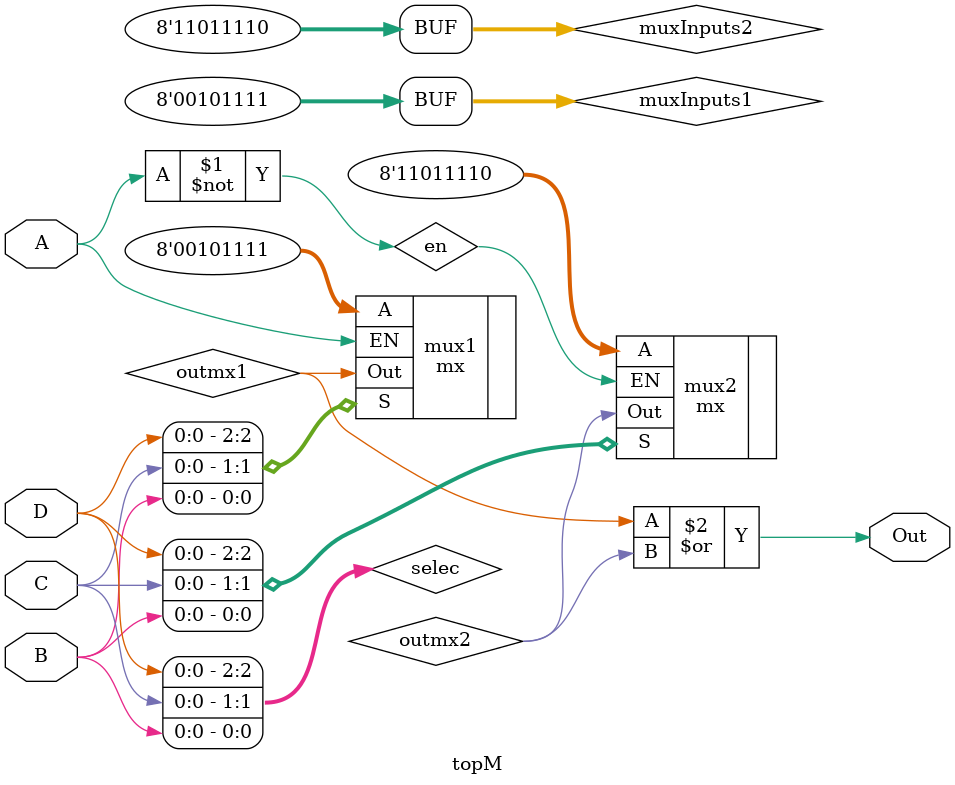
<source format=v>
`timescale 1ns / 1ps


module topM(
    input wire A, B, C, D,
    output wire Out  
    );
    
    
    wire outmx1, outmx2;  
    wire [7:0] muxInputs1; // Primeros ochos
    wire [7:0] muxInputs2; // Segundos ochos
    wire [2:0] selec;      
    wire en;               

    // Asignaciones de valores para muxInputs1
    assign muxInputs1 = 8'b00101111;

    // Asignaciones de valores para muxInputs2
    assign muxInputs2 = 8'b11011110;
    assign selec = {D, C, B};
    assign en = ~A;
    
    
    mx mux1(
        .A(muxInputs1),
        .S(selec),
        .EN(A),
        .Out(outmx1)
    );
    
    mx mux2(
        .A(muxInputs2),
        .S(selec),
        .EN(en),
        .Out(outmx2)
    );
    
    
    assign Out = outmx1 | outmx2;
    
endmodule

</source>
